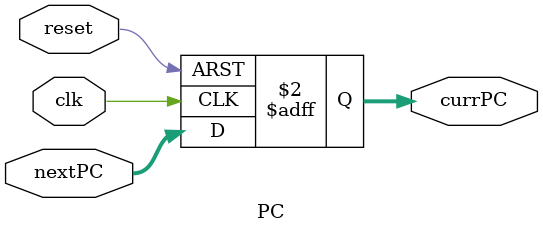
<source format=v>
`timescale 1ns / 1ps

module PC(
    input clk,
    input reset,
    input [31:0] nextPC,
    output reg [31:0] currPC
    );
    
  always @ (posedge clk or posedge reset) begin
        if (reset) begin
            currPC <= 32'h0000_0004;
        end
        else begin
            currPC <= nextPC;
        end
    end
    
endmodule

</source>
